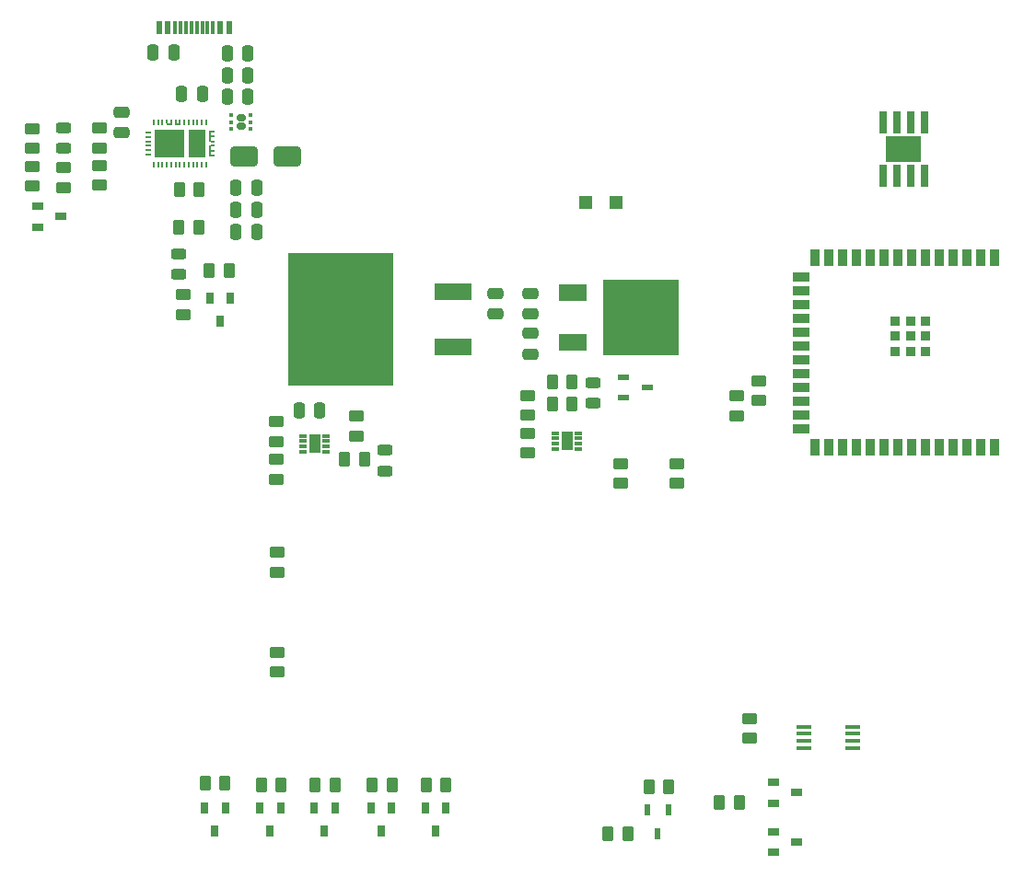
<source format=gtp>
G04 #@! TF.GenerationSoftware,KiCad,Pcbnew,7.0.10*
G04 #@! TF.CreationDate,2024-05-27T00:37:51+02:00*
G04 #@! TF.ProjectId,ESPHome AIO,45535048-6f6d-4652-9041-494f2e6b6963,rev?*
G04 #@! TF.SameCoordinates,Original*
G04 #@! TF.FileFunction,Paste,Top*
G04 #@! TF.FilePolarity,Positive*
%FSLAX46Y46*%
G04 Gerber Fmt 4.6, Leading zero omitted, Abs format (unit mm)*
G04 Created by KiCad (PCBNEW 7.0.10) date 2024-05-27 00:37:51*
%MOMM*%
%LPD*%
G01*
G04 APERTURE LIST*
G04 Aperture macros list*
%AMRoundRect*
0 Rectangle with rounded corners*
0 $1 Rounding radius*
0 $2 $3 $4 $5 $6 $7 $8 $9 X,Y pos of 4 corners*
0 Add a 4 corners polygon primitive as box body*
4,1,4,$2,$3,$4,$5,$6,$7,$8,$9,$2,$3,0*
0 Add four circle primitives for the rounded corners*
1,1,$1+$1,$2,$3*
1,1,$1+$1,$4,$5*
1,1,$1+$1,$6,$7*
1,1,$1+$1,$8,$9*
0 Add four rect primitives between the rounded corners*
20,1,$1+$1,$2,$3,$4,$5,0*
20,1,$1+$1,$4,$5,$6,$7,0*
20,1,$1+$1,$6,$7,$8,$9,0*
20,1,$1+$1,$8,$9,$2,$3,0*%
G04 Aperture macros list end*
%ADD10R,0.600000X1.050000*%
%ADD11R,0.600000X1.165000*%
%ADD12R,0.600000X1.185000*%
%ADD13R,0.300000X1.240000*%
%ADD14RoundRect,0.250000X-0.262500X-0.450000X0.262500X-0.450000X0.262500X0.450000X-0.262500X0.450000X0*%
%ADD15RoundRect,0.250000X-0.450000X0.262500X-0.450000X-0.262500X0.450000X-0.262500X0.450000X0.262500X0*%
%ADD16RoundRect,0.250000X0.450000X-0.262500X0.450000X0.262500X-0.450000X0.262500X-0.450000X-0.262500X0*%
%ADD17RoundRect,0.250000X0.262500X0.450000X-0.262500X0.450000X-0.262500X-0.450000X0.262500X-0.450000X0*%
%ADD18R,0.700000X0.300000*%
%ADD19R,1.000000X1.700000*%
%ADD20R,1.050000X0.600000*%
%ADD21RoundRect,0.243750X-0.456250X0.243750X-0.456250X-0.243750X0.456250X-0.243750X0.456250X0.243750X0*%
%ADD22RoundRect,0.243750X0.456250X-0.243750X0.456250X0.243750X-0.456250X0.243750X-0.456250X-0.243750X0*%
%ADD23R,0.650000X1.100000*%
%ADD24RoundRect,0.250000X-0.250000X-0.475000X0.250000X-0.475000X0.250000X0.475000X-0.250000X0.475000X0*%
%ADD25RoundRect,0.250000X0.475000X-0.250000X0.475000X0.250000X-0.475000X0.250000X-0.475000X-0.250000X0*%
%ADD26R,0.550000X0.200000*%
%ADD27R,0.200000X0.550000*%
%ADD28R,0.350000X0.200000*%
%ADD29R,0.200000X0.350000*%
%ADD30R,2.720000X2.650000*%
%ADD31R,1.530000X2.650000*%
%ADD32R,0.200000X1.100000*%
%ADD33R,0.600000X0.200000*%
%ADD34R,0.650000X2.000000*%
%ADD35R,3.200000X2.390000*%
%ADD36RoundRect,0.250000X1.000000X0.650000X-1.000000X0.650000X-1.000000X-0.650000X1.000000X-0.650000X0*%
%ADD37RoundRect,0.160000X0.245000X0.160000X-0.245000X0.160000X-0.245000X-0.160000X0.245000X-0.160000X0*%
%ADD38RoundRect,0.093750X0.093750X0.106250X-0.093750X0.106250X-0.093750X-0.106250X0.093750X-0.106250X0*%
%ADD39R,1.100000X0.650000*%
%ADD40RoundRect,0.250000X-0.475000X0.250000X-0.475000X-0.250000X0.475000X-0.250000X0.475000X0.250000X0*%
%ADD41R,3.500000X1.600000*%
%ADD42R,9.750000X12.200000*%
%ADD43R,0.900000X0.900000*%
%ADD44R,0.900000X1.500000*%
%ADD45R,1.500000X0.900000*%
%ADD46R,1.450000X0.450000*%
%ADD47RoundRect,0.250000X0.250000X0.475000X-0.250000X0.475000X-0.250000X-0.475000X0.250000X-0.475000X0*%
%ADD48R,1.200000X1.200000*%
%ADD49R,2.500000X1.500000*%
%ADD50R,7.000000X7.000000*%
G04 APERTURE END LIST*
D10*
X152300000Y-120800000D03*
X150400000Y-120800000D03*
X151350000Y-123000000D03*
D11*
X111900000Y-48812500D03*
D12*
X111100000Y-48802500D03*
D13*
X109950000Y-48775000D03*
X108950000Y-48775000D03*
X108450000Y-48775000D03*
X107450000Y-48775000D03*
D12*
X106300000Y-48802500D03*
D11*
X105500000Y-48812500D03*
X105500000Y-48812500D03*
D12*
X106300000Y-48802500D03*
D13*
X106950000Y-48775000D03*
X107950000Y-48775000D03*
X109450000Y-48775000D03*
X110450000Y-48775000D03*
D12*
X111100000Y-48802500D03*
D11*
X111900000Y-48812500D03*
D14*
X122562500Y-88550000D03*
X124387500Y-88550000D03*
D15*
X116275000Y-88537500D03*
X116275000Y-90362500D03*
X116275000Y-85062500D03*
X116275000Y-86887500D03*
D16*
X123625000Y-86362500D03*
X123625000Y-84537500D03*
D15*
X147900000Y-88937500D03*
X147900000Y-90762500D03*
D17*
X143462500Y-83437500D03*
X141637500Y-83437500D03*
D14*
X141637500Y-81437500D03*
X143462500Y-81437500D03*
D15*
X153100000Y-88937500D03*
X153100000Y-90762500D03*
X139375000Y-82637500D03*
X139375000Y-84462500D03*
X139375000Y-86137500D03*
X139375000Y-87962500D03*
D18*
X118725000Y-86362500D03*
X118725000Y-86862500D03*
X118725000Y-87362500D03*
X118725000Y-87862500D03*
X120825000Y-87862500D03*
X120825000Y-87362500D03*
X120825000Y-86862500D03*
X120825000Y-86362500D03*
D19*
X119775000Y-87112500D03*
D18*
X141950000Y-86112500D03*
X141950000Y-86612500D03*
X141950000Y-87112500D03*
X141950000Y-87612500D03*
X144050000Y-87612500D03*
X144050000Y-87112500D03*
X144050000Y-86612500D03*
X144050000Y-86112500D03*
D19*
X143000000Y-86862500D03*
D20*
X148200000Y-80950000D03*
X148200000Y-82850000D03*
X150400000Y-81900000D03*
D21*
X126250000Y-87712500D03*
X126250000Y-89587500D03*
D22*
X145400000Y-83375000D03*
X145400000Y-81500000D03*
D14*
X156987500Y-120100000D03*
X158812500Y-120100000D03*
D15*
X116350000Y-106287500D03*
X116350000Y-108112500D03*
X100000000Y-58037500D03*
X100000000Y-59862500D03*
D23*
X126860000Y-120600000D03*
X124940000Y-120600000D03*
X125900000Y-122700000D03*
D14*
X110087500Y-71200000D03*
X111912500Y-71200000D03*
D15*
X158600000Y-82687500D03*
X158600000Y-84512500D03*
D24*
X107550000Y-54900000D03*
X109450000Y-54900000D03*
D25*
X139600000Y-78850000D03*
X139600000Y-76950000D03*
X102050000Y-58500000D03*
X102050000Y-56600000D03*
D26*
X104475000Y-58475000D03*
X104475000Y-58875000D03*
X104475000Y-59275000D03*
X104475000Y-59675000D03*
X104475000Y-60075000D03*
X104475000Y-60475000D03*
D27*
X105000000Y-61400000D03*
X105400000Y-61400000D03*
X105800000Y-61400000D03*
X106200000Y-61400000D03*
X106600000Y-61400000D03*
X107000000Y-61400000D03*
X107400000Y-61400000D03*
X107800000Y-61400000D03*
X108200000Y-61400000D03*
X108600000Y-61400000D03*
X109000000Y-61400000D03*
X109400000Y-61400000D03*
X109800000Y-61400000D03*
D28*
X110425000Y-60575000D03*
X110425000Y-60125000D03*
X110425000Y-59675000D03*
X110425000Y-59275000D03*
X110425000Y-58825000D03*
X110425000Y-58375000D03*
D27*
X109800000Y-57550000D03*
X109400000Y-57550000D03*
X109000000Y-57550000D03*
X108600000Y-57550000D03*
X108200000Y-57550000D03*
X107800000Y-57550000D03*
D29*
X107399000Y-57450000D03*
X106999000Y-57450000D03*
X106599000Y-57450000D03*
X106199000Y-57450000D03*
D27*
X105800000Y-57550000D03*
X105400000Y-57550000D03*
X105000000Y-57550000D03*
D30*
X106435000Y-59475000D03*
D31*
X108960000Y-59475000D03*
D32*
X110149000Y-60125000D03*
X110150000Y-58825000D03*
D33*
X107199000Y-57725000D03*
X106399000Y-57725000D03*
D34*
X172035000Y-62475000D03*
X173305000Y-62475000D03*
X174575000Y-62475000D03*
X175845000Y-62475000D03*
X175845000Y-57525000D03*
X174575000Y-57525000D03*
X173305000Y-57525000D03*
X172035000Y-57525000D03*
D35*
X173940000Y-60000000D03*
D15*
X160600000Y-81287500D03*
X160600000Y-83112500D03*
D36*
X117300000Y-60650000D03*
X113300000Y-60650000D03*
D37*
X113000000Y-57900000D03*
X113000000Y-57100000D03*
D38*
X113887500Y-58150000D03*
X113887500Y-57500000D03*
X113887500Y-56850000D03*
X112112500Y-56850000D03*
X112112500Y-57500000D03*
X112112500Y-58150000D03*
D15*
X107700000Y-73387500D03*
X107700000Y-75212500D03*
X100000000Y-61487500D03*
X100000000Y-63312500D03*
D24*
X111750000Y-53200000D03*
X113650000Y-53200000D03*
D14*
X109727500Y-118300000D03*
X111552500Y-118300000D03*
D39*
X94350000Y-65240000D03*
X94350000Y-67160000D03*
X96450000Y-66200000D03*
D14*
X119827500Y-118500000D03*
X121652500Y-118500000D03*
X146737500Y-123000000D03*
X148562500Y-123000000D03*
X130027500Y-118500000D03*
X131852500Y-118500000D03*
D24*
X118350000Y-84000000D03*
X120250000Y-84000000D03*
D15*
X93800000Y-61587500D03*
X93800000Y-63412500D03*
X93800000Y-58087500D03*
X93800000Y-59912500D03*
D22*
X96700000Y-59937500D03*
X96700000Y-58062500D03*
D39*
X162000000Y-122790000D03*
X162000000Y-124710000D03*
X164100000Y-123750000D03*
X162000000Y-118240000D03*
X162000000Y-120160000D03*
X164100000Y-119200000D03*
D22*
X107300000Y-71537500D03*
X107300000Y-69662500D03*
D24*
X111750000Y-55200000D03*
X113650000Y-55200000D03*
D40*
X136450000Y-73250000D03*
X136450000Y-75150000D03*
D23*
X121660000Y-120600000D03*
X119740000Y-120600000D03*
X120700000Y-122700000D03*
D41*
X132500000Y-78230000D03*
X132500000Y-73150000D03*
D42*
X122225000Y-75690000D03*
D14*
X125077500Y-118500000D03*
X126902500Y-118500000D03*
D43*
X175980000Y-78600000D03*
X174580000Y-78600000D03*
X173180000Y-78600000D03*
X173180000Y-77200000D03*
X173180000Y-75800000D03*
X174580000Y-75800000D03*
X175980000Y-75800000D03*
X175980000Y-77200000D03*
X174580000Y-77200000D03*
D44*
X182300000Y-87450000D03*
X181030000Y-87450000D03*
X179760000Y-87450000D03*
X178490000Y-87450000D03*
X177220000Y-87450000D03*
X175950000Y-87450000D03*
X174680000Y-87450000D03*
X173410000Y-87450000D03*
X172140000Y-87450000D03*
X170870000Y-87450000D03*
X169600000Y-87450000D03*
X168330000Y-87450000D03*
X167060000Y-87450000D03*
X165790000Y-87450000D03*
D45*
X164540000Y-85685000D03*
X164540000Y-84415000D03*
X164540000Y-83145000D03*
X164540000Y-81875000D03*
X164540000Y-80605000D03*
X164540000Y-79335000D03*
X164540000Y-78065000D03*
X164540000Y-76795000D03*
X164540000Y-75525000D03*
X164540000Y-74255000D03*
X164540000Y-72985000D03*
X164540000Y-71715000D03*
D44*
X165790000Y-69950000D03*
X167060000Y-69950000D03*
X168330000Y-69950000D03*
X169600000Y-69950000D03*
X170870000Y-69950000D03*
X172140000Y-69950000D03*
X173410000Y-69950000D03*
X174680000Y-69950000D03*
X175950000Y-69950000D03*
X177220000Y-69950000D03*
X178490000Y-69950000D03*
X179760000Y-69950000D03*
X181030000Y-69950000D03*
X182300000Y-69950000D03*
D16*
X159800000Y-114212500D03*
X159800000Y-112387500D03*
D17*
X152362500Y-118700000D03*
X150537500Y-118700000D03*
D14*
X107287500Y-67200000D03*
X109112500Y-67200000D03*
D46*
X169225000Y-115075000D03*
X169225000Y-114425000D03*
X169225000Y-113775000D03*
X169225000Y-113125000D03*
X164775000Y-113125000D03*
X164775000Y-113775000D03*
X164775000Y-114425000D03*
X164775000Y-115075000D03*
D15*
X116350000Y-97087500D03*
X116350000Y-98912500D03*
D47*
X114450000Y-65550000D03*
X112550000Y-65550000D03*
D23*
X116660000Y-120600000D03*
X114740000Y-120600000D03*
X115700000Y-122700000D03*
D40*
X139650000Y-73250000D03*
X139650000Y-75150000D03*
D48*
X144700000Y-64900000D03*
X147500000Y-64900000D03*
D47*
X114450000Y-67600000D03*
X112550000Y-67600000D03*
D15*
X96700000Y-61687500D03*
X96700000Y-63512500D03*
D14*
X114877500Y-118500000D03*
X116702500Y-118500000D03*
D23*
X131860000Y-120600000D03*
X129940000Y-120600000D03*
X130900000Y-122700000D03*
D47*
X106850000Y-51100000D03*
X104950000Y-51100000D03*
X114450000Y-63500000D03*
X112550000Y-63500000D03*
D23*
X111560000Y-120600000D03*
X109640000Y-120600000D03*
X110600000Y-122700000D03*
D14*
X107337500Y-63750000D03*
X109162500Y-63750000D03*
D49*
X143550000Y-73200000D03*
D50*
X149800000Y-75500000D03*
D49*
X143550000Y-77800000D03*
D23*
X112060000Y-73700000D03*
X110140000Y-73700000D03*
X111100000Y-75800000D03*
D24*
X111750000Y-51200000D03*
X113650000Y-51200000D03*
M02*

</source>
